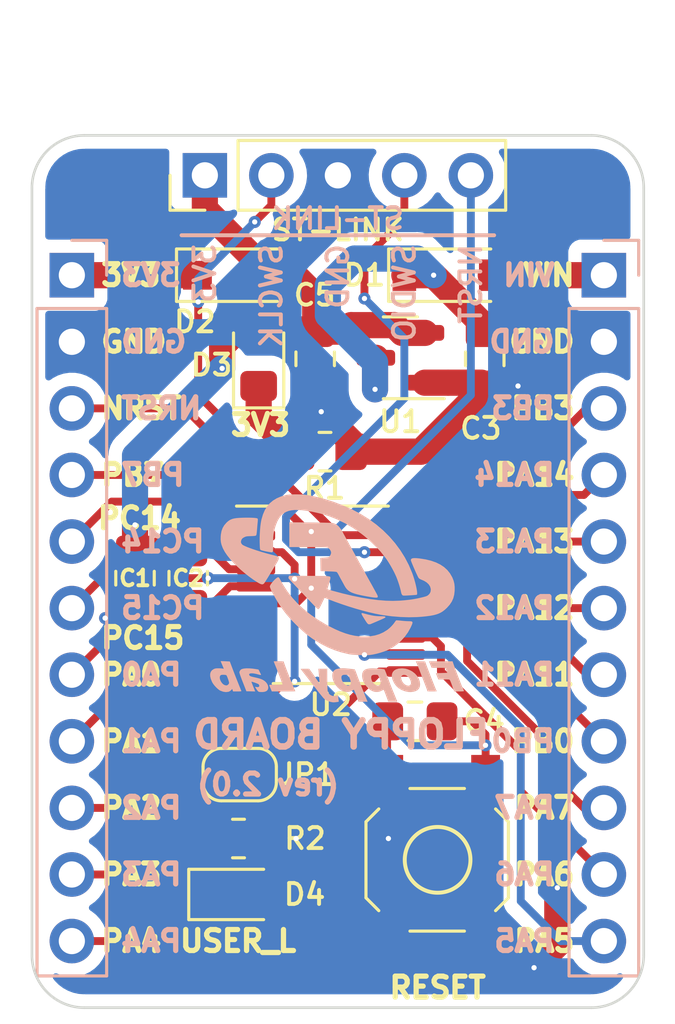
<source format=kicad_pcb>
(kicad_pcb (version 20221018) (generator pcbnew)
  (title_block (title "FLOPPY BOARD v2.x") (date "2022-10-28") (rev "2.0") (company "Floppy Lab"))
  (layers (0 "F.Cu" signal) (31 "B.Cu" signal) (34 "B.Paste" user) (35 "F.Paste" user) (36 "B.SilkS" user "B.Silkscreen") (37 "F.SilkS" user "F.Silkscreen") (38 "B.Mask" user) (39 "F.Mask" user) (44 "Edge.Cuts" user))
  (net 0 "")
  (net 1 "+3V3")
  (net 2 "GND")
  (net 3 "Net-(C3-Pad1)")
  (net 4 "NRST")
  (net 5 "VIN")
  (net 6 "VDD")
  (net 7 "Net-(D3-Pad1)")
  (net 8 "Net-(D4-Pad1)")
  (net 9 "Net-(D4-Pad2)")
  (net 10 "PB7")
  (net 11 "PC14")
  (net 12 "PC15")
  (net 13 "PA0")
  (net 14 "PA1")
  (net 15 "PA2")
  (net 16 "PA3")
  (net 17 "PA4")
  (net 18 "PA14{slash}SWCLK")
  (net 19 "PA13{slash}SWDIO")
  (net 20 "PB3")
  (net 21 "PA12")
  (net 22 "PA11")
  (net 23 "PB0")
  (net 24 "PA7")
  (net 25 "PA6")
  (net 26 "PA5")
  (footprint "Capacitor_SMD:C_0805_2012Metric_Pad1.18x1.45mm_HandSolder" (layer "F.Cu") (at 144.145 105.537 -90)
    (fp_text reference "C2" (at 0 0) (layer "F.SilkS") (effects (font (size 0.6 0.6))))
    (fp_text value "100nF")
    (pad "1" smd roundrect (at -1.0375 0 270) (size 1.175 1.45) (layers "F.Cu" "F.Paste" "F.Mask") (roundrect_rratio 0.212766) (net 1 "+3V3"))
    (pad "2" smd roundrect (at 1.0375 0 270) (size 1.175 1.45) (layers "F.Cu" "F.Paste" "F.Mask") (roundrect_rratio 0.212766) (net 2 "GND"))
  )
  (footprint "Resistor_SMD:R_0805_2012Metric_Pad1.20x1.40mm_HandSolder" (layer "F.Cu") (at 149.368 100.711 180)
    (fp_text reference "R1" (at 0.016 -1.397 180) (layer "F.SilkS") (effects (font (size 0.8 0.8))))
    (fp_text value "1k")
    (pad "1" smd roundrect (at -1 0 180) (size 1.2 1.4) (layers "F.Cu" "F.Paste" "F.Mask") (roundrect_rratio 0.208333) (net 2 "GND"))
    (pad "2" smd roundrect (at 1 0 180) (size 1.2 1.4) (layers "F.Cu" "F.Paste" "F.Mask") (roundrect_rratio 0.208333) (net 7 "Net-(D3-Pad1)"))
  )
  (footprint "Resistor_SMD:R_0805_2012Metric_Pad1.20x1.40mm_HandSolder" (layer "F.Cu") (at 146.066 115.4684)
    (fp_text reference "R2" (at 2.54 0) (layer "F.SilkS") (effects (font (size 0.8 0.8))))
    (fp_text value "1K")
    (pad "1" smd roundrect (at -1 0) (size 1.2 1.4) (layers "F.Cu" "F.Paste" "F.Mask") (roundrect_rratio 0.208333) (net 8 "Net-(D4-Pad1)"))
    (pad "2" smd roundrect (at 1 0) (size 1.2 1.4) (layers "F.Cu" "F.Paste" "F.Mask") (roundrect_rratio 0.208333) (net 2 "GND"))
  )
  (footprint "_MIA footprint:SMD BUTTON 5.1x5.1" (layer "F.Cu") (at 153.654 116.28 90)
    (fp_text reference "SW1" hide)
    (fp_text value "RESET_B")
    (pad "1" smd rect (at -3.1 -1.85 90) (size 1.8 1.1) (layers "F.Cu" "F.Paste" "F.Mask") (net 2 "GND"))
    (pad "1" smd rect (at 3.1 -1.85 90) (size 1.8 1.1) (layers "F.Cu" "F.Paste" "F.Mask") (net 2 "GND"))
    (pad "2" smd rect (at -3.1 1.85 90) (size 1.8 1.1) (layers "F.Cu" "F.Paste" "F.Mask") (net 4 "NRST"))
    (pad "2" smd rect (at 3.1 1.85 90) (size 1.8 1.1) (layers "F.Cu" "F.Paste" "F.Mask") (net 4 "NRST"))
  )
  (footprint "Diode_SMD:D_SOD-123" (layer "F.Cu") (at 154.05 93.98)
    (fp_text reference "D1" (at -3.174 0) (layer "F.SilkS") (effects (font (size 0.8 0.8))))
    (fp_text value "SD103AW")
    (pad "1" smd rect (at -1.65 0) (size 0.9 1.2) (layers "F.Cu" "F.Paste" "F.Mask") (net 3 "Net-(C3-Pad1)"))
    (pad "2" smd rect (at 1.65 0) (size 0.9 1.2) (layers "F.Cu" "F.Paste" "F.Mask") (net 5 "VIN"))
  )
  (footprint "Diode_SMD:D_SOD-123F" (layer "F.Cu") (at 145.8976 93.98)
    (fp_text reference "D2" (at -1.4986 1.778) (layer "F.SilkS") (effects (font (size 0.8 0.8))))
    (fp_text value "SD103AW")
    (pad "1" smd rect (at -1.4 0) (size 1.1 1.1) (layers "F.Cu" "F.Paste" "F.Mask") (net 6 "VDD"))
    (pad "2" smd rect (at 1.4 0) (size 1.1 1.1) (layers "F.Cu" "F.Paste" "F.Mask") (net 1 "+3V3"))
  )
  (footprint "LED_SMD:LED_0805_2012Metric_Pad1.15x1.40mm_HandSolder" (layer "F.Cu") (at 146.025 117.602)
    (fp_text reference "D4" (at 2.565 0) (layer "F.SilkS") (effects (font (size 0.8 0.8))))
    (fp_text value "USER_LED")
    (pad "1" smd roundrect (at -1.025 0) (size 1.15 1.4) (layers "F.Cu" "F.Paste" "F.Mask") (roundrect_rratio 0.217391) (net 8 "Net-(D4-Pad1)"))
    (pad "2" smd roundrect (at 1.025 0) (size 1.15 1.4) (layers "F.Cu" "F.Paste" "F.Mask") (roundrect_rratio 0.217391) (net 9 "Net-(D4-Pad2)"))
  )
  (footprint "Package_SO:TSSOP-20_4.4x6.5mm_P0.65mm" (layer "F.Cu") (at 149.59 106.172)
    (fp_text reference "U2" (at 0 4.191) (layer "F.SilkS") (effects (font (size 0.8 0.8))))
    (fp_text value "STM32G030F6P6")
    (pad "1" smd roundrect (at -2.8625 -2.925) (size 1.475 0.4) (layers "F.Cu" "F.Paste" "F.Mask") (net 10 "PB7"))
    (pad "2" smd roundrect (at -2.8625 -2.275) (size 1.475 0.4) (layers "F.Cu" "F.Paste" "F.Mask") (net 11 "PC14"))
    (pad "3" smd roundrect (at -2.8625 -1.625) (size 1.475 0.4) (layers "F.Cu" "F.Paste" "F.Mask") (net 12 "PC15"))
    (pad "4" smd roundrect (at -2.8625 -0.975) (size 1.475 0.4) (layers "F.Cu" "F.Paste" "F.Mask") (net 1 "+3V3"))
    (pad "5" smd roundrect (at -2.8625 -0.325) (size 1.475 0.4) (layers "F.Cu" "F.Paste" "F.Mask") (net 2 "GND"))
    (pad "6" smd roundrect (at -2.8625 0.325) (size 1.475 0.4) (layers "F.Cu" "F.Paste" "F.Mask") (net 4 "NRST"))
    (pad "7" smd roundrect (at -2.8625 0.975) (size 1.475 0.4) (layers "F.Cu" "F.Paste" "F.Mask") (net 13 "PA0"))
    (pad "8" smd roundrect (at -2.8625 1.625) (size 1.475 0.4) (layers "F.Cu" "F.Paste" "F.Mask") (net 14 "PA1"))
    (pad "9" smd roundrect (at -2.8625 2.275) (size 1.475 0.4) (layers "F.Cu" "F.Paste" "F.Mask") (net 15 "PA2"))
    (pad "10" smd roundrect (at -2.8625 2.925) (size 1.475 0.4) (layers "F.Cu" "F.Paste" "F.Mask") (net 16 "PA3"))
    (pad "11" smd roundrect (at 2.8625 2.925) (size 1.475 0.4) (layers "F.Cu" "F.Paste" "F.Mask") (net 17 "PA4"))
    (pad "12" smd roundrect (at 2.8625 2.275) (size 1.475 0.4) (layers "F.Cu" "F.Paste" "F.Mask") (net 26 "PA5"))
    (pad "13" smd roundrect (at 2.8625 1.625) (size 1.475 0.4) (layers "F.Cu" "F.Paste" "F.Mask") (net 25 "PA6"))
    (pad "14" smd roundrect (at 2.8625 0.975) (size 1.475 0.4) (layers "F.Cu" "F.Paste" "F.Mask") (net 24 "PA7"))
    (pad "15" smd roundrect (at 2.8625 0.325) (size 1.475 0.4) (layers "F.Cu" "F.Paste" "F.Mask") (net 23 "PB0"))
    (pad "16" smd roundrect (at 2.8625 -0.325) (size 1.475 0.4) (layers "F.Cu" "F.Paste" "F.Mask") (net 22 "PA11"))
    (pad "17" smd roundrect (at 2.8625 -0.975) (size 1.475 0.4) (layers "F.Cu" "F.Paste" "F.Mask") (net 21 "PA12"))
    (pad "18" smd roundrect (at 2.8625 -1.625) (size 1.475 0.4) (layers "F.Cu" "F.Paste" "F.Mask") (net 19 "PA13{slash}SWDIO"))
    (pad "19" smd roundrect (at 2.8625 -2.275) (size 1.475 0.4) (layers "F.Cu" "F.Paste" "F.Mask") (net 18 "PA14{slash}SWCLK"))
    (pad "20" smd roundrect (at 2.8625 -2.925) (size 1.475 0.4) (layers "F.Cu" "F.Paste" "F.Mask") (net 20 "PB3"))
  )
  (footprint "Capacitor_SMD:C_0805_2012Metric_Pad1.18x1.45mm_HandSolder" (layer "F.Cu") (at 152.8025 110.998 180)
    (fp_text reference "C4" (at -2.6455 0) (layer "F.SilkS") (effects (font (size 0.8 0.8))))
    (fp_text value "100nF")
    (pad "1" smd roundrect (at -1.0375 0 180) (size 1.175 1.45) (layers "F.Cu" "F.Paste" "F.Mask") (roundrect_rratio 0.212766) (net 4 "NRST"))
    (pad "2" smd roundrect (at 1.0375 0 180) (size 1.175 1.45) (layers "F.Cu" "F.Paste" "F.Mask") (roundrect_rratio 0.212766) (net 2 "GND"))
  )
  (footprint "Jumper:SolderJumper-2_P1.3mm_Open_RoundedPad1.0x1.5mm" (layer "F.Cu") (at 146.1112 113.03)
    (fp_text reference "JP1" (at 2.556 0) (layer "F.SilkS") (effects (font (size 0.8 0.8))))
    (fp_text value "UL JUMP.")
    (pad "1" smd custom (at -0.65 0) (size 1 0.5) (layers "F.Cu" "F.Mask") (net 12 "PC15") (options (clearance outline) (anchor rect)) (primitives (gr_circle (center 0 0.25) (end 0.5 0.25) (width 0) (fill yes)) (gr_circle (center 0 -0.25) (end 0.5 -0.25) (width 0) (fill yes)) (gr_poly (pts (xy 0.5 0.75) (xy 0 0.75) (xy 0 -0.75) (xy 0.5 -0.75)) (width 0) (fill yes))))
    (pad "2" smd custom (at 0.65 0) (size 1 0.5) (layers "F.Cu" "F.Mask") (net 9 "Net-(D4-Pad2)") (options (clearance outline) (anchor rect)) (primitives (gr_circle (center 0 0.25) (end 0.5 0.25) (width 0) (fill yes)) (gr_circle (center 0 -0.25) (end 0.5 -0.25) (width 0) (fill yes)) (gr_poly (pts (xy 0 0.75) (xy -0.5 0.75) (xy -0.5 -0.75) (xy 0 -0.75)) (width 0) (fill yes))))
  )
  (footprint "Capacitor_SMD:C_0805_2012Metric_Pad1.18x1.45mm_HandSolder" (layer "F.Cu") (at 148.9941 97.1691 -90)
    (fp_text reference "C5" (at -2.4271 0.0231 180) (layer "F.SilkS") (effects (font (size 0.8 0.8))))
    (fp_text value "1uF")
    (pad "1" smd roundrect (at -1.0375 0 270) (size 1.175 1.45) (layers "F.Cu" "F.Paste" "F.Mask") (roundrect_rratio 0.212766) (net 1 "+3V3"))
    (pad "2" smd roundrect (at 1.0375 0 270) (size 1.175 1.45) (layers "F.Cu" "F.Paste" "F.Mask") (roundrect_rratio 0.212766) (net 2 "GND"))
  )
  (footprint "Connector_PinHeader_2.54mm:PinHeader_1x05_P2.54mm_Vertical" (layer "F.Cu") (at 144.78 90.17 90)
    (fp_text reference "J2" hide)
    (fp_text value "stlink")
    (pad "1" thru_hole rect (at 0 0 90) (size 1.7 1.7) (drill 1) (layers "*.Cu" "*.Mask") (net 1 "+3V3"))
    (pad "2" thru_hole oval (at 0 2.54 90) (size 1.7 1.7) (drill 1) (layers "*.Cu" "*.Mask") (net 18 "PA14{slash}SWCLK"))
    (pad "3" thru_hole oval (at 0 5.08 90) (size 1.7 1.7) (drill 1) (layers "*.Cu" "*.Mask") (net 2 "GND"))
    (pad "4" thru_hole oval (at 0 7.62 90) (size 1.7 1.7) (drill 1) (layers "*.Cu" "*.Mask") (net 19 "PA13{slash}SWDIO"))
    (pad "5" thru_hole oval (at 0 10.16 90) (size 1.7 1.7) (drill 1) (layers "*.Cu" "*.Mask") (net 4 "NRST"))
  )
  (footprint "Capacitor_SMD:C_0805_2012Metric_Pad1.18x1.45mm_HandSolder" (layer "F.Cu") (at 155.4711 97.1691 -90)
    (fp_text reference "C3" (at 2.6529 0.1501 180) (layer "F.SilkS") (effects (font (size 0.8 0.8))))
    (fp_text value "1uF")
    (pad "1" smd roundrect (at -1.0375 0 270) (size 1.175 1.45) (layers "F.Cu" "F.Paste" "F.Mask") (roundrect_rratio 0.212766) (net 3 "Net-(C3-Pad1)"))
    (pad "2" smd roundrect (at 1.0375 0 270) (size 1.175 1.45) (layers "F.Cu" "F.Paste" "F.Mask") (roundrect_rratio 0.212766) (net 2 "GND"))
  )
  (footprint "LED_SMD:LED_0805_2012Metric_Pad1.15x1.40mm_HandSolder" (layer "F.Cu") (at 146.8351 97.1816 90)
    (fp_text reference "D3" (at -0.2274 -1.8011 180) (layer "F.SilkS") (effects (font (size 0.8 0.8))))
    (fp_text value "3V3_POWER_LED")
    (pad "1" smd roundrect (at -1.025 0 90) (size 1.15 1.4) (layers "F.Cu" "F.Paste" "F.Mask") (roundrect_rratio 0.217391) (net 7 "Net-(D3-Pad1)"))
    (pad "2" smd roundrect (at 1.025 0 90) (size 1.15 1.4) (layers "F.Cu" "F.Paste" "F.Mask") (roundrect_rratio 0.217391) (net 1 "+3V3"))
  )
  (footprint "Capacitor_SMD:C_0805_2012Metric_Pad1.18x1.45mm_HandSolder" (layer "F.Cu") (at 142.113 105.537 -90)
    (fp_text reference "C1" (at 0 0) (layer "F.SilkS") (effects (font (size 0.6 0.6))))
    (fp_text value "4.7uF")
    (pad "1" smd roundrect (at -1.0375 0 270) (size 1.175 1.45) (layers "F.Cu" "F.Paste" "F.Mask") (roundrect_rratio 0.212766) (net 1 "+3V3"))
    (pad "2" smd roundrect (at 1.0375 0 270) (size 1.175 1.45) (layers "F.Cu" "F.Paste" "F.Mask") (roundrect_rratio 0.212766) (net 2 "GND"))
  )
  (footprint "Package_TO_SOT_SMD:SOT-23" (layer "F.Cu") (at 152.2476 97.1296 180)
    (fp_text reference "U1" (at 0.0023 -2.4384) (layer "F.SilkS") (effects (font (size 0.8 0.8))))
    (fp_text value "H7233-1")
    (pad "1" smd roundrect (at -0.9375 -0.95 180) (size 1.475 0.6) (layers "F.Cu" "F.Paste" "F.Mask") (net 2 "GND"))
    (pad "2" smd roundrect (at -0.9375 0.95 180) (size 1.475 0.6) (layers "F.Cu" "F.Paste" "F.Mask") (net 1 "+3V3"))
    (pad "3" smd roundrect (at 0.9375 0 180) (size 1.475 0.6) (layers "F.Cu" "F.Paste" "F.Mask") (net 3 "Net-(C3-Pad1)"))
  )
  (footprint "Connector_PinHeader_2.54mm:PinHeader_1x11_P2.54mm_Vertical" (layer "B.Cu") (at 139.7 93.98 180)
    (fp_text reference "J1" hide)
    (fp_text value "I/O SX")
    (pad "1" thru_hole rect (at 0 0 180) (size 1.7 1.7) (drill 1) (layers "*.Cu" "*.Mask") (net 6 "VDD"))
    (pad "2" thru_hole oval (at 0 -2.54 180) (size 1.7 1.7) (drill 1) (layers "*.Cu" "*.Mask") (net 2 "GND"))
    (pad "3" thru_hole oval (at 0 -5.08 180) (size 1.7 1.7) (drill 1) (layers "*.Cu" "*.Mask") (net 4 "NRST"))
    (pad "4" thru_hole oval (at 0 -7.62 180) (size 1.7 1.7) (drill 1) (layers "*.Cu" "*.Mask") (net 10 "PB7"))
    (pad "5" thru_hole oval (at 0 -10.16 180) (size 1.7 1.7) (drill 1) (layers "*.Cu" "*.Mask") (net 11 "PC14"))
    (pad "6" thru_hole oval (at 0 -12.7 180) (size 1.7 1.7) (drill 1) (layers "*.Cu" "*.Mask") (net 12 "PC15"))
    (pad "7" thru_hole oval (at 0 -15.24 180) (size 1.7 1.7) (drill 1) (layers "*.Cu" "*.Mask") (net 13 "PA0"))
    (pad "8" thru_hole oval (at 0 -17.78 180) (size 1.7 1.7) (drill 1) (layers "*.Cu" "*.Mask") (net 14 "PA1"))
    (pad "9" thru_hole oval (at 0 -20.32 180) (size 1.7 1.7) (drill 1) (layers "*.Cu" "*.Mask") (net 15 "PA2"))
    (pad "10" thru_hole oval (at 0 -22.86 180) (size 1.7 1.7) (drill 1) (layers "*.Cu" "*.Mask") (net 16 "PA3"))
    (pad "11" thru_hole oval (at 0 -25.4 180) (size 1.7 1.7) (drill 1) (layers "*.Cu" "*.Mask") (net 17 "PA4"))
  )
  (footprint "LOGO" (layer "B.Cu") (at 149.86 106.299 180)
    (fp_text reference "G***" hide)
    (fp_text value "LOGO" hide)
  )
  (footprint "Connector_PinHeader_2.54mm:PinHeader_1x11_P2.54mm_Vertical" (layer "B.Cu") (at 160.02 93.98 180)
    (fp_text reference "J3" hide)
    (fp_text value "I/0 DX")
    (pad "1" thru_hole rect (at 0 0 180) (size 1.7 1.7) (drill 1) (layers "*.Cu" "*.Mask") (net 5 "VIN"))
    (pad "2" thru_hole oval (at 0 -2.54 180) (size 1.7 1.7) (drill 1) (layers "*.Cu" "*.Mask") (net 2 "GND"))
    (pad "3" thru_hole oval (at 0 -5.08 180) (size 1.7 1.7) (drill 1) (layers "*.Cu" "*.Mask") (net 20 "PB3"))
    (pad "4" thru_hole oval (at 0 -7.62 180) (size 1.7 1.7) (drill 1) (layers "*.Cu" "*.Mask") (net 18 "PA14{slash}SWCLK"))
    (pad "5" thru_hole oval (at 0 -10.16 180) (size 1.7 1.7) (drill 1) (layers "*.Cu" "*.Mask") (net 19 "PA13{slash}SWDIO"))
    (pad "6" thru_hole oval (at 0 -12.7 180) (size 1.7 1.7) (drill 1) (layers "*.Cu" "*.Mask") (net 21 "PA12"))
    (pad "7" thru_hole oval (at 0 -15.24 180) (size 1.7 1.7) (drill 1) (layers "*.Cu" "*.Mask") (net 22 "PA11"))
    (pad "8" thru_hole oval (at 0 -17.78 180) (size 1.7 1.7) (drill 1) (layers "*.Cu" "*.Mask") (net 23 "PB0"))
    (pad "9" thru_hole oval (at 0 -20.32 180) (size 1.7 1.7) (drill 1) (layers "*.Cu" "*.Mask") (net 24 "PA7"))
    (pad "10" thru_hole oval (at 0 -22.86 180) (size 1.7 1.7) (drill 1) (layers "*.Cu" "*.Mask") (net 25 "PA6"))
    (pad "11" thru_hole oval (at 0 -25.4 180) (size 1.7 1.7) (drill 1) (layers "*.Cu" "*.Mask") (net 26 "PA5"))
  )
  (gr_line (start 143.891 92.456) (end 155.829 92.456) (stroke (width 0.15)) (layer "B.SilkS"))
  (gr_circle (center 153.67 116.2812) (end 154.7368 115.6208) (stroke (width 0.15)) (fill none) (layer "F.SilkS"))
  (gr_line (start 161.544 119.92) (end 161.544 90.646) (stroke (width 0.1)) (layer "Edge.Cuts"))
  (gr_line (start 138.176 90.646) (end 138.176 119.92) (stroke (width 0.1)) (layer "Edge.Cuts"))
  (gr_arc (start 159.544 88.646) (mid 160.958214 89.231786) (end 161.544 90.646) (stroke (width 0.1)) (layer "Edge.Cuts"))
  (gr_arc (start 161.544 119.92) (mid 160.958214 121.334214) (end 159.544 121.92) (stroke (width 0.1)) (layer "Edge.Cuts"))
  (gr_arc (start 140.176 121.92) (mid 138.761786 121.334214) (end 138.176 119.92) (stroke (width 0.1)) (layer "Edge.Cuts"))
  (gr_line (start 159.544 88.646) (end 140.176 88.646) (stroke (width 0.1)) (layer "Edge.Cuts"))
  (gr_arc (start 138.176 90.646) (mid 138.761786 89.231786) (end 140.176 88.646) (stroke (width 0.1)) (layer "Edge.Cuts"))
  (gr_line (start 140.176 121.92) (end 159.544 121.92) (stroke (width 0.1)) (layer "Edge.Cuts"))
  (gr_text "SWCLK" (at 147.32 92.71 90) (layer "B.SilkS") (effects (font (size 0.8 0.8)) (justify left mirror)))
  (gr_text "PB3" (at 158.242 99.06) (layer "B.SilkS") (effects (font (size 0.8 0.8) (thickness 0.2)) (justify left mirror)))
  (gr_text "PA4" (at 141.478 119.38) (layer "B.SilkS") (effects (font (size 0.8 0.8) (thickness 0.2)) (justify right mirror)))
  (gr_text "PA12" (at 158.242 106.68) (layer "B.SilkS") (effects (font (size 0.8 0.8) (thickness 0.2)) (justify left mirror)))
  (gr_text "VIN" (at 158.242 93.98) (layer "B.SilkS") (effects (font (size 0.8 0.8) (thickness 0.2)) (justify left mirror)))
  (gr_text "PA6" (at 158.242 116.84) (layer "B.SilkS") (effects (font (size 0.8 0.8) (thickness 0.2)) (justify left mirror)))
  (gr_text "GND" (at 158.242 96.52) (layer "B.SilkS") (effects (font (size 0.8 0.8) (thickness 0.2)) (justify left mirror)))
  (gr_text "(rev 2.0)" (at 147.193 113.411) (layer "B.SilkS") (effects (font (size 0.8 0.8) (thickness 0.2)) (justify mirror)))
  (gr_text "NRST" (at 154.94 92.71 90) (layer "B.SilkS") (effects (font (size 0.8 0.8)) (justify left mirror)))
  (gr_text "GND" (at 141.478 96.52) (layer "B.SilkS") (effects (font (size 0.8 0.8) (thickness 0.2)) (justify right mirror)))
  (gr_text "PA14" (at 158.242 101.6) (layer "B.SilkS") (effects (font (size 0.8 0.8) (thickness 0.2)) (justify left mirror)))
  (gr_text "PC14" (at 141.478 104.14) (layer "B.SilkS") (effects (font (size 0.8 0.8) (thickness 0.2)) (justify right mirror)))
  (gr_text "PA5" (at 158.242 119.38) (layer "B.SilkS") (effects (font (size 0.8 0.8) (thickness 0.2)) (justify left mirror)))
  (gr_text "GND" (at 149.86 92.71 90) (layer "B.SilkS") (effects (font (size 0.8 0.8)) (justify left mirror)))
  (gr_text "PA13" (at 158.242 104.14) (layer "B.SilkS") (effects (font (size 0.8 0.8) (thickness 0.2)) (justify left mirror)))
  (gr_text "PB7" (at 141.478 101.6) (layer "B.SilkS") (effects (font (size 0.8 0.8) (thickness 0.2)) (justify right mirror)))
  (gr_text "3V3" (at 141.478 93.98) (layer "B.SilkS") (effects (font (size 0.8 0.8) (thickness 0.2)) (justify right mirror)))
  (gr_text "FLOPPY BOARD" (at 149.987 111.506) (layer "B.SilkS") (effects (font (size 1 1) (thickness 0.25)) (justify mirror)))
  (gr_text "PA7" (at 158.242 114.3) (layer "B.SilkS") (effects (font (size 0.8 0.8) (thickness 0.2)) (justify left mirror)))
  (gr_text "PA1" (at 141.478 111.76) (layer "B.SilkS") (effects (font (size 0.8 0.8) (thickness 0.2)) (justify right mirror)))
  (gr_text "PA0" (at 141.478 109.22) (layer "B.SilkS") (effects (font (size 0.8 0.8) (thickness 0.2)) (justify right mirror)))
  (gr_text "PA3" (at 141.478 116.84) (layer "B.SilkS") (effects (font (size 0.8 0.8) (thickness 0.2)) (justify right mirror)))
  (gr_text "3V3" (at 144.78 92.71 90) (layer "B.SilkS") (effects (font (size 0.8 0.8)) (justify left mirror)))
  (gr_text "ST-LINK" (at 149.86 91.821) (layer "B.SilkS") (effects (font (size 0.8 0.8)) (justify mirror)))
  (gr_text "SWDIO" (at 152.4 92.71 90) (layer "B.SilkS") (effects (font (size 0.8 0.8)) (justify left mirror)))
  (gr_text "PA11" (at 158.242 109.22) (layer "B.SilkS") (effects (font (size 0.8 0.8) (thickness 0.2)) (justify left mirror)))
  (gr_text "PA2" (at 141.478 114.3) (layer "B.SilkS") (effects (font (size 0.8 0.8) (thickness 0.2)) (justify right mirror)))
  (gr_text "PB0" (at 158.242 111.76) (layer "B.SilkS") (effects (font (size 0.8 0.8) (thickness 0.2)) (justify left mirror)))
  (gr_text "PC15" (at 141.478 106.68) (layer "B.SilkS") (effects (font (size 0.8 0.8) (thickness 0.2)) (justify right mirror)))
  (gr_text "NRST" (at 141.478 99.06) (layer "B.SilkS") (effects (font (size 0.8 0.8) (thickness 0.2)) (justify right mirror)))
  (gr_text "PC14" (at 140.589 103.251) (layer "F.SilkS") (effects (font (size 0.8 0.8) (thickness 0.2)) (justify left)))
  (gr_text "ST-LINK" (at 149.86 92.2528) (layer "F.SilkS") (effects (font (size 0.8 0.8))))
  (gr_text "PA14" (at 159.004 101.6) (layer "F.SilkS") (effects (font (size 0.8 0.8) (thickness 0.2)) (justify right)))
  (gr_text "GND" (at 159.004 96.52) (layer "F.SilkS") (effects (font (size 0.8 0.8) (thickness 0.2)) (justify right)))
  (gr_text "3V3" (at 140.716 93.98) (layer "F.SilkS") (effects (font (size 0.8 0.8) (thickness 0.2)) (justify left)))
  (gr_text "PA5" (at 159.004 119.38) (layer "F.SilkS") (effects (font (size 0.8 0.8) (thickness 0.2)) (justify right)))
  (gr_text "USER_L" (at 146.05 119.38) (layer "F.SilkS") (effects (font (size 0.8 0.8) (thickness 0.2))))
  (gr_text "PB3" (at 159.004 99.06) (layer "F.SilkS") (effects (font (size 0.8 0.8) (thickness 0.2)) (justify right)))
  (gr_text "PA13" (at 159.004 104.14) (layer "F.SilkS") (effects (font (size 0.8 0.8) (thickness 0.2)) (justify right)))
  (gr_text "PA3" (at 140.716 116.84) (layer "F.SilkS") (effects (font (size 0.8 0.8) (thickness 0.2)) (justify left)))
  (gr_text "PA4" (at 140.716 119.38) (layer "F.SilkS") (effects (font (size 0.8 0.8) (thickness 0.2)) (justify left)))
  (gr_text "PA0" (at 140.716 109.22) (layer "F.SilkS") (effects (font (size 0.8 0.8) (thickness 0.2)) (justify left)))
  (gr_text "RESET" (at 153.67 121.158) (layer "F.SilkS") (effects (font (size 0.8 0.8) (thickness 0.2))))
  (gr_text "PA1" (at 140.716 111.76) (layer "F.SilkS") (effects (font (size 0.8 0.8) (thickness 0.2)) (justify left)))
  (gr_text "PB0" (at 159.004 111.76) (layer "F.SilkS") (effects (font (size 0.8 0.8) (thickness 0.2)) (justify right)))
  (gr_text "GND" (at 140.716 96.52) (layer "F.SilkS") (effects (font (size 0.8 0.8) (thickness 0.2)) (justify left)))
  (gr_text "PC15" (at 140.716 107.823) (layer "F.SilkS") (effects (font (size 0.8 0.8) (thickness 0.2)) (justify left)))
  (gr_text "NRST" (at 140.716 99.06) (layer "F.SilkS") (effects (font (size 0.8 0.8) (thickness 0.2)) (justify left)))
  (gr_text "PA7" (at 159.004 114.3) (layer "F.SilkS") (effects (font (size 0.8 0.8) (thickness 0.2)) (justify right)))
  (gr_text "VIN" (at 159.004 93.98) (layer "F.SilkS") (effects (font (size 0.8 0.8) (thickness 0.2)) (justify right)))
  (gr_text "PA2" (at 140.716 114.3) (layer "F.SilkS") (effects (font (size 0.8 0.8) (thickness 0.2)) (justify left)))
  (gr_text "PB7" (at 140.716 101.6) (layer "F.SilkS") (effects (font (size 0.8 0.8) (thickness 0.2)) (justify left)))
  (gr_text "PA11" (at 159.004 109.22) (layer "F.SilkS") (effects (font (size 0.8 0.8) (thickness 0.2)) (justify right)))
  (gr_text "3V3" (at 145.669 99.695) (layer "F.SilkS") (effects (font (size 0.8 0.8) (thickness 0.2)) (justify left)))
  (gr_text "PA6" (at 159.004 116.84) (layer "F.SilkS") (effects (font (size 0.8 0.8) (thickness 0.2)) (justify right)))
  (gr_text "PA12" (at 159.004 106.68) (layer "F.SilkS") (effects (font (size 0.8 0.8) (thickness 0.2)) (justify right)))
  (segment (start 145.4404 96.6724) (end 145.4404 97.536) (width 1) (layer "F.Cu") (net 1))
  (segment (start 146.5468 93.2292) (end 146.8351 93.5175) (width 1) (layer "F.Cu") (net 1))
  (segment (start 145.0125 104.4995) (end 144.145 104.4995) (width 0.3) (layer "F.Cu") (net 1))
  (segment (start 148.9941 96.1316) (end 146.8601 96.1316) (width 1) (layer "F.Cu") (net 1))
  (segment (start 146.8601 96.1316) (end 146.8351 96.1566) (width 1) (layer "F.Cu") (net 1))
  (segment (start 146.7275 105.197) (end 145.71 105.197) (width 0.3) (layer "F.Cu") (net 1))
  (segment (start 145.9562 96.1566) (end 145.4404 96.6724) (width 1) (layer "F.Cu") (net 1))
  (segment (start 153.1851 96.1796) (end 152.3136 96.1796) (width 1) (layer "F.Cu") (net 1))
  (segment (start 144.145 104.4995) (end 142.113 104.4995) (width 1) (layer "F.Cu") (net 1))
  (segment (start 146.5468 93.2292) (end 147.2976 93.98) (width 1) (layer "F.Cu") (net 1))
  (segment (start 148.209 93.98) (end 148.9941 94.7651) (width 1) (layer "F.Cu") (net 1))
  (segment (start 146.8351 96.1566) (end 145.9562 96.1566) (width 1) (layer "F.Cu") (net 1))
  (segment (start 148.9941 94.7651) (end 148.9941 96.1316) (width 1) (layer "F.Cu") (net 1))
  (segment (start 145.71 105.197) (end 145.0125 104.4995) (width 0.3) (layer "F.Cu") (net 1))
  (segment (start 152.019 95.885) (end 150.368 95.885) (width 1) (layer "F.Cu") (net 1))
  (segment (start 150.368 95.885) (end 150.1214 96.1316) (width 1) (layer "F.Cu") (net 1))
  (segment (start 147.2976 93.98) (end 148.209 93.98) (width 1) (layer "F.Cu") (net 1))
  (segment (start 150.1214 96.1316) (end 148.9941 96.1316) (width 1) (layer "F.Cu") (net 1))
  (segment (start 144.78 91.4624) (end 146.5468 93.2292) (width 1) (layer "F.Cu") (net 1))
  (segment (start 152.3136 96.1796) (end 152.019 95.885) (width 1) (layer "F.Cu") (net 1))
  (segment (start 144.78 90.17) (end 144.78 91.4624) (width 1) (layer "F.Cu") (net 1))
  (segment (start 142.113 104.4995) (end 142.113 103.505) (width 1) (layer "F.Cu") (net 1))
  (via (at 142.113 103.505) (size 0.46) (drill 0.2) (layers "F.Cu" "B.Cu") (net 1))
  (via (at 145.4404 97.536) (size 0.46) (drill 0.2) (layers "F.Cu" "B.Cu") (net 1))
  (segment (start 145.4404 97.536) (end 142.113 100.8634) (width 1) (layer "B.Cu") (net 1))
  (segment (start 142.113 100.8634) (end 142.113 103.505) (width 1) (layer "B.Cu") (net 1))
  (segment (start 149.225 99.187) (end 150.368 100.33) (width 1) (layer "F.Cu") (net 2))
  (segment (start 150.368 100.33) (end 150.368 100.711) (width 1) (layer "F.Cu") (net 2))
  (segment (start 151.7904 115.4684) (end 151.7904 119.3664) (width 0.3) (layer "F.Cu") (net 2))
  (segment (start 141.4565 106.5745) (end 140.97 107.061) (width 0.3) (layer "F.Cu") (net 2))
  (segment (start 145.74 105.847) (end 145.0125 106.5745) (width 0.3) (layer "F.Cu") (net 2))
  (segment (start 145.0125 106.5745) (end 144.145 106.5745) (width 0.3) (layer "F.Cu") (net 2))
  (segment (start 151.804 115.4548) (end 151.804 113.486) (width 0.3) (layer "F.Cu") (net 2))
  (segment (start 148.9941 98.9561) (end 149.225 99.187) (width 1) (layer "F.Cu") (net 2))
  (segment (start 153.1851 98.0796) (end 154.0741 98.0796) (width 1) (layer "F.Cu") (net 2))
  (segment (start 153.035 100.711) (end 155.4711 98.2749) (width 1) (layer "F.Cu") (net 2))
  (segment (start 156.7411 98.2066) (end 155.4711 98.2066) (width 1) (layer "F.Cu") (net 2))
  (segment (start 160.02 96.52) (end 158.4277 96.52) (width 1) (layer "F.Cu") (net 2))
  (segment (start 157.353 120.396) (end 158.242 119.507) (width 1) (layer "F.Cu") (net 2))
  (segment (start 146.7275 105.847) (end 145.74 105.847) (width 0.3) (layer "F.Cu") (net 2))
  (segment (start 150.368 100.711) (end 153.035 100.711) (width 1) (layer "F.Cu") (net 2))
  (segment (start 148.9941 98.2066) (end 148.9941 98.9561) (width 1) (layer "F.Cu") (net 2))
  (segment (start 148.2645 115.4684) (end 147.066 115.4684) (width 0.25) (layer "F.Cu") (net 2))
  (segment (start 151.7904 115.4684) (end 151.804 115.4548) (width 0.3) (layer "F.Cu") (net 2))
  (segment (start 142.113 106.5745) (end 141.4565 106.5745) (width 0.3) (layer "F.Cu") (net 2))
  (segment (start 144.145 106.5745) (end 142.113 106.5745) (width 1) (layer "F.Cu") (net 2))
  (segment (start 154.0741 98.0796) (end 155.3441 98.0796) (width 1) (layer "F.Cu") (net 2))
  (segment (start 158.242 119.507) (end 158.242 117.348) (width 1) (layer "F.Cu") (net 2))
  (segment (start 158.4277 96.52) (end 156.7411 98.2066) (width 1) (layer "F.Cu") (net 2))
  (segment (start 151.765 113.141) (end 151.804 113.18) (width 0.25) (layer "F.Cu") (net 2))
  (segment (start 155.4711 98.2749) (end 155.4711 98.2066) (width 1) (layer "F.Cu") (net 2))
  (segment (start 151.765 110.998) (end 151.765 113.141) (width 0.25) (layer "F.Cu") (net 2))
  (segment (start 151.7904 119.3664) (end 151.804 119.38) (width 0.3) (layer "F.Cu") (net 2))
  (via (at 157.353 120.396) (size 0.46) (drill 0.2) (layers "F.Cu" "B.Cu") (net 2))
  (via (at 158.242 117.348) (size 0.46) (drill 0.2) (layers "F.Cu" "B.Cu") (net 2))
  (via (at 148.2645 115.4684) (size 0.46) (drill 0.2) (layers "F.Cu" "B.Cu") (net 2))
  (via (at 156.7411 98.2066) (size 0.46) (drill 0.2) (layers "F.Cu" "B.Cu") (net 2))
  (via (at 140.97 107.061) (size 0.46) (drill 0.2) (layers "F.Cu" "B.Cu") (net 2))
  (via (at 151.7904 115.4684) (size 0.46) (drill 0.2) (layers "F.Cu" "B.Cu") (net 2))
  (via (at 149.225 99.187) (size 0.48) (drill 0.2) (layers "F.Cu" "B.Cu") (net 2))
  (segment (start 141.3842 96.1566) (end 141.0208 96.52) (width 1) (layer "B.Cu") (net 2))
  (segment (start 147.6678 96.1566) (end 146.8351 96.1566) (width 1) (layer "B.Cu") (net 2))
  (segment (start 146.8351 96.1566) (end 141.3842 96.1566) (width 1) (layer "B.Cu") (net 2))
  (segment (start 148.2852 115.4684) (end 148.2645 115.4684) (width 0.25) (layer "B.Cu") (net 2))
  (segment (start 146.8351 93.9569) (end 149.86 90.932) (width 1) (layer "B.Cu") (net 2))
  (segment (start 149.86 90.932) (end 149.86 90.17) (width 1) (layer "B.Cu") (net 2))
  (segment (start 141.0208 96.52) (end 139.7 96.52) (width 1) (layer "B.Cu") (net 2))
  (segment (start 146.8351 96.1566) (end 146.8351 93.9569) (width 1) (layer "B.Cu") (net 2))
  (segment (start 149.225 99.187) (end 149.225 97.7138) (width 1) (layer "B.Cu") (net 2))
  (segment (start 149.225 97.7138) (end 147.6678 96.1566) (width 1) (layer "B.Cu") (net 2))
  (segment (start 151.7904 115.4684) (end 148.2852 115.4684) (width 0.3) (layer "B.Cu") (net 2))
  (segment (start 151.2801 98.3336) (end 151.2801 97.1596) (width 1) (layer "F.Cu") (net 3))
  (segment (start 152.4 93.98) (end 153.5176 93.98) (width 1) (layer "F.Cu") (net 3))
  (segment (start 153.5176 93.98) (end 155.4711 95.9335) (width 1) (layer "F.Cu") (net 3))
  (segment (start 155.4711 95.9335) (end 155.4711 96.1316) (width 1) (layer "F.Cu") (net 3))
  (segment (start 151.2801 97.1596) (end 151.3101 97.1296) (width 1) (layer "F.Cu") (net 3))
  (via (at 151.2801 98.3336) (size 0.48) (drill 0.2) (layers "F.Cu" "B.Cu") (net 3))
  (via (at 153.5176 93.98) (size 0.46) (drill 0.2) (layers "F.Cu" "B.Cu") (net 3))
  (segment (start 151.2801 97.3051) (end 149.479 95.504) (width 1) (layer "B.Cu") (net 3))
  (segment (start 152.8826 93.345) (end 153.5176 93.98) (width 1) (layer "B.Cu") (net 3))
  (segment (start 151.2801 98.3336) (end 151.2801 97.3051) (width 1) (layer "B.Cu") (net 3))
  (segment (start 150.495 93.345) (end 152.8826 93.345) (width 1) (layer "B.Cu") (net 3))
  (segment (start 149.479 94.361) (end 150.495 93.345) (width 1) (layer "B.Cu") (net 3))
  (segment (start 149.479 95.504) (end 149.479 94.361) (width 1) (layer "B.Cu") (net 3))
  (segment (start 148.844 103.759) (end 148.844 105.918) (width 0.3) (layer "F.Cu") (net 4))
  (segment (start 148.717 103.759) (end 144.018 99.06) (width 0.3) (layer "F.Cu") (net 4))
  (segment (start 155.504 111.9176) (end 155.504 117.8508) (width 0.3) (layer "F.Cu") (net 4))
  (segment (start 148.844 103.759) (end 148.717 103.759) (width 0.3) (layer "F.Cu") (net 4))
  (segment (start 154.994894 110.998) (end 153.84 110.998) (width 0.3) (layer "F.Cu") (net 4))
  (segment (start 155.4988 111.501906) (end 154.994894 110.998) (width 0.3) (layer "F.Cu") (net 4))
  (segment (start 148.265 106.497) (end 146.7275 106.497) (width 0.3) (layer "F.Cu") (net 4))
  (segment (start 155.4988 111.9124) (end 155.4988 111.501906) (width 0.3) (layer "F.Cu") (net 4))
  (segment (start 155.4988 117.856) (end 155.4988 119.3748) (width 0.3) (layer "F.Cu") (net 4))
  (segment (start 148.844 105.918) (end 148.265 106.497) (width 0.3) (layer "F.Cu") (net 4))
  (segment (start 144.018 99.06) (end 139.7 99.06) (width 0.3) (layer "F.Cu") (net 4))
  (segment (start 155.4988 111.9124) (end 155.504 111.9176) (width 0.3) (layer "F.Cu") (net 4))
  (segment (start 155.504 117.8508) (end 155.4988 117.856) (width 0.3) (layer "F.Cu") (net 4))
  (segment (start 155.4988 119.3748) (end 155.504 119.38) (width 0.3) (layer "F.Cu") (net 4))
  (via (at 148.844 103.759) (size 0.46) (drill 0.2) (layers "F.Cu" "B.Cu") (net 4))
  (via (at 155.4988 111.9124) (size 0.46) (drill 0.2) (layers "F.Cu" "B.Cu") (net 4))
  (via (at 148.844 105.918) (size 0.46) (drill 0.2) (layers "F.Cu" "B.Cu") (net 4))
  (segment (start 148.844 103.759) (end 149.733 103.759) (width 0.3) (layer "B.Cu") (net 4))
  (segment (start 154.94 98.552) (end 154.94 90.17) (width 0.3) (layer "B.Cu") (net 4))
  (segment (start 149.733 103.759) (end 154.94 98.552) (width 0.3) (layer "B.Cu") (net 4))
  (segment (start 155.4988 111.9124) (end 152.6794 111.9124) (width 0.3) (layer "B.Cu") (net 4))
  (segment (start 152.6794 111.9124) (end 148.844 108.077) (width 0.3) (layer "B.Cu") (net 4))
  (segment (start 148.844 108.077) (end 148.844 105.918) (width 0.3) (layer "B.Cu") (net 4))
  (segment (start 160.02 93.98) (end 155.7 93.98) (width 1) (layer "F.Cu") (net 5))
  (segment (start 144.4976 93.98) (end 139.7 93.98) (width 1) (layer "F.Cu") (net 6))
  (segment (start 146.8351 99.3371) (end 148.209 100.711) (width 1) (layer "F.Cu") (net 7))
  (segment (start 146.8351 98.2066) (end 146.8351 99.3371) (width 1) (layer "F.Cu") (net 7))
  (segment (start 148.209 100.711) (end 148.368 100.711) (width 1) (layer "F.Cu") (net 7))
  (segment (start 145.05 117.552) (end 145 117.602) (width 0.25) (layer "F.Cu") (net 8))
  (segment (start 145.05 115.697) (end 145.05 117.552) (width 0.25) (layer "F.Cu") (net 8))
  (segment (start 148.844 113.8428) (end 148.0312 113.03) (width 0.3) (layer "F.Cu") (net 9))
  (segment (start 147.9804 117.602) (end 148.844 116.7384) (width 0.3) (layer "F.Cu") (net 9))
  (segment (start 148.0312 113.03) (end 146.7612 113.03) (width 0.3) (layer "F.Cu") (net 9))
  (segment (start 148.844 116.7384) (end 148.844 113.8428) (width 0.3) (layer "F.Cu") (net 9))
  (segment (start 147.05 117.602) (end 147.9804 117.602) (width 0.3) (layer "F.Cu") (net 9))
  (segment (start 145.538 103.247) (end 143.891 101.6) (width 0.3) (layer "F.Cu") (net 10))
  (segment (start 146.7275 103.247) (end 145.538 103.247) (width 0.3) (layer "F.Cu") (net 10))
  (segment (start 143.891 101.6) (end 139.7 101.6) (width 0.3) (layer "F.Cu") (net 10))
  (segment (start 144.033764 102.616) (end 141.224 102.616) (width 0.3) (layer "F.Cu") (net 11))
  (segment (start 145.314764 103.897) (end 144.033764 102.616) (width 0.3) (layer "F.Cu") (net 11))
  (segment (start 141.224 102.616) (end 139.7 104.14) (width 0.3) (layer "F.Cu") (net 11))
  (segment (start 146.7275 103.897) (end 145.314764 103.897) (width 0.3) (layer "F.Cu") (net 11))
  (segment (start 144.907 105.537) (end 140.843 105.537) (width 0.3) (layer "F.Cu") (net 12))
  (segment (start 147.7308 109.622) (end 148.061 109.622) (width 0.25) (layer "F.Cu") (net 12))
  (segment (start 148.209 109.474) (end 148.209 109.5502) (width 0.3) (layer "F.Cu") (net 12))
  (segment (start 140.843 105.537) (end 139.7 106.68) (width 0.3) (layer "F.Cu") (net 12))
  (segment (start 148.061 109.622) (end 148.209 109.474) (width 0.25) (layer "F.Cu") (net 12))
  (segment (start 148.209 105.029) (end 147.727 104.547) (width 0.3) (layer "F.Cu") (net 12))
  (segment (start 147.727 104.547) (end 146.7275 104.547) (width 0.3) (layer "F.Cu") (net 12))
  (segment (start 145.4612 111.8916) (end 147.7308 109.622) (width 0.25) (layer "F.Cu") (net 12))
  (segment (start 148.209 105.5624) (end 148.209 105.029) (width 0.3) (layer "F.Cu") (net 12))
  (segment (start 145.4612 113.03) (end 145.4612 111.8916) (width 0.25) (layer "F.Cu") (net 12))
  (via (at 148.209 109.474) (size 0.46) (drill 0.2) (layers "F.Cu" "B.Cu") (net 12))
  (via (at 148.209 105.5624) (size 0.48) (drill 0.2) (layers "F.Cu" "B.Cu") (net 12))
  (via (at 144.907 105.537) (size 0.48) (drill 0.2) (layers "F.Cu" "B.Cu") (net 12))
  (segment (start 148.209 109.474) (end 148.209 105.5624) (width 0.3) (layer "B.Cu") (net 12))
  (segment (start 148.1836 105.537) (end 144.907 105.537) (width 0.3) (layer "B.Cu") (net 12))
  (segment (start 148.209 105.5624) (end 148.1836 105.537) (width 0.3) (layer "B.Cu") (net 12))
  (segment (start 145.311786 107.147) (end 144.762786 107.696) (width 0.3) (layer "F.Cu") (net 13))
  (segment (start 141.224 107.696) (end 139.7 109.22) (width 0.3) (layer "F.Cu") (net 13))
  (segment (start 144.762786 107.696) (end 141.224 107.696) (width 0.3) (layer "F.Cu") (net 13))
  (segment (start 146.7275 107.147) (end 145.311786 107.147) (width 0.3) (layer "F.Cu") (net 13))
  (segment (start 145.368893 107.797) (end 144.453893 108.712) (width 0.3) (layer "F.Cu") (net 14))
  (segment (start 146.7275 107.797) (end 145.368893 107.797) (width 0.3) (layer "F.Cu") (net 14))
  (segment (start 144.453893 108.712) (end 142.748 108.712) (width 0.3) (layer "F.Cu") (net 14))
  (segment (start 142.748 108.712) (end 139.7 111.76) (width 0.3) (layer "F.Cu") (net 14))
  (segment (start 141.732 114.3) (end 139.7 114.3) (width 0.3) (layer "F.Cu") (net 15))
  (segment (start 142.748 111.125) (end 142.748 113.284) (width 0.3) (layer "F.Cu") (net 15))
  (segment (start 142.748 113.284) (end 141.732 114.3) (width 0.3) (layer "F.Cu") (net 15))
  (segment (start 145.426 108.447) (end 142.748 111.125) (width 0.3) (layer "F.Cu") (net 15))
  (segment (start 146.7275 108.447) (end 145.426 108.447) (width 0.3) (layer "F.Cu") (net 15))
  (segment (start 146.3635 109.097) (end 144.145 111.3155) (width 0.3) (layer "F.Cu") (net 16))
  (segment (start 144.145 111.3155) (end 144.145 114.7318) (width 0.3) (layer "F.Cu") (net 16))
  (segment (start 142.0368 116.84) (end 139.7 116.84) (width 0.3) (layer "F.Cu") (net 16))
  (segment (start 146.7275 109.097) (end 146.3635 109.097) (width 0.3) (layer "F.Cu") (net 16))
  (segment (start 144.145 114.7318) (end 142.0368 116.84) (width 0.3) (layer "F.Cu") (net 16))
  (segment (start 148.082 119.38) (end 139.7 119.38) (width 0.3) (layer "F.Cu") (net 17))
  (segment (start 149.479 117.983) (end 148.082 119.38) (width 0.3) (layer "F.Cu") (net 17))
  (segment (start 149.479 111.0742) (end 149.479 117.983) (width 0.3) (layer "F.Cu") (net 17))
  (segment (start 151.4562 109.097) (end 149.479 111.0742) (width 0.3) (layer "F.Cu") (net 17))
  (segment (start 152.4525 109.097) (end 151.4562 109.097) (width 0.3) (layer "F.Cu") (net 17))
  (segment (start 147.32 90.17) (end 147.32 91.313) (width 0.3) (layer "F.Cu") (net 18))
  (segment (start 147.32 91.313) (end 146.685 91.948) (width 0.3) (layer "F.Cu") (net 18))
  (segment (start 144.526 98.552) (end 149.871 103.897) (width 0.3) (layer "F.Cu") (net 18))
  (segment (start 159.258 102.362) (end 155.4734 102.362) (width 0.3) (layer "F.Cu") (net 18))
  (segment (start 144.526 94.996) (end 144.526 98.552) (width 0.3) (layer "F.Cu") (net 18))
  (segment (start 155.4734 102.362) (end 153.9384 103.897) (width 0.3) (layer "F.Cu") (net 18))
  (segment (start 153.9384 103.897) (end 152.4525 103.897) (width 0.3) (layer "F.Cu") (net 18))
  (segment (start 149.871 103.897) (end 152.4525 103.897) (width 0.3) (layer "F.Cu") (net 18))
  (segment (start 160.02 101.6) (end 159.258 102.362) (width 0.3) (layer "F.Cu") (net 18))
  (via (at 146.685 91.948) (size 0.46) (drill 0.2) (layers "F.Cu" "B.Cu") (net 18))
  (via (at 144.526 94.996) (size 0.46) (drill 0.2) (layers "F.Cu" "B.Cu") (net 18))
  (segment (start 144.526 94.107) (end 144.526 94.996) (width 0.3) (layer "B.Cu") (net 18))
  (segment (start 146.685 91.948) (end 144.526 94.107) (width 0.3) (layer "B.Cu") (net 18))
  (segment (start 152.4525 104.547) (end 154.7362 104.547) (width 0.3) (layer "F.Cu") (net 19))
  (segment (start 155.1432 104.14) (end 160.02 104.14) (width 0.3) (layer "F.Cu") (net 19))
  (segment (start 150.876 104.5464) (end 150.8766 104.547) (width 0.3) (layer "F.Cu") (net 19))
  (segment (start 150.8766 104.547) (end 152.4525 104.547) (width 0.3) (layer "F.Cu") (net 19))
  (segment (start 152.4 90.17) (end 152.4 91.821) (width 0.3) (layer "F.Cu") (net 19))
  (segment (start 152.4 91.821) (end 150.876 93.345) (width 0.3) (layer "F.Cu") (net 19))
  (segment (start 154.7362 104.547) (end 155.1432 104.14) (width 0.3) (layer "F.Cu") (net 19))
  (segment (start 150.876 93.345) (end 150.876 94.869) (width 0.3) (layer "F.Cu") (net 19))
  (via (at 150.876 104.5464) (size 0.46) (drill 0.2) (layers "F.Cu" "B.Cu") (net 19))
  (via (at 150.876 94.869) (size 0.46) (drill 0.2) (layers "F.Cu" "B.Cu") (net 19))
  (segment (start 150.876 104.5464) (end 148.3614 104.5464) (width 0.3) (layer "B.Cu") (net 19))
  (segment (start 152.4 98.679) (end 152.4 96.393) (width 0.3) (layer "B.Cu") (net 19))
  (segment (start 148.3614 104.5464) (end 147.8788 104.0638) (width 0.3) (layer "B.Cu") (net 19))
  (segment (start 147.8788 104.0638) (end 147.8788 103.2002) (width 0.3) (layer "B.Cu") (net 19))
  (segment (start 152.4 96.393) (end 150.876 94.869) (width 0.3) (layer "B.Cu") (net 19))
  (segment (start 147.8788 103.2002) (end 152.4 98.679) (width 0.3) (layer "B.Cu") (net 19))
  (segment (start 152.4525 103.247) (end 153.1914 103.247) (width 0.3) (layer "F.Cu") (net 20))
  (segment (start 155.6004 100.838) (end 157.5816 100.838) (width 0.3) (layer "F.Cu") (net 20))
  (segment (start 157.5816 100.838) (end 159.3596 99.06) (width 0.3) (layer "F.Cu") (net 20))
  (segment (start 159.3596 99.06) (end 160.02 99.06) (width 0.3) (layer "F.Cu") (net 20))
  (segment (start 153.1914 103.247) (end 155.6004 100.838) (width 0.3) (layer "F.Cu") (net 20))
  (segment (start 152.4525 105.197) (end 157.267 105.197) (width 0.3) (layer "F.Cu") (net 21))
  (segment (start 157.267 105.197) (end 158.75 106.68) (width 0.3) (layer "F.Cu") (net 21))
  (segment (start 158.75 106.68) (end 160.02 106.68) (width 0.3) (layer "F.Cu") (net 21))
  (segment (start 159.385 109.22) (end 160.02 109.22) (width 0.3) (layer "F.Cu") (net 22))
  (segment (start 152.4525 105.847) (end 156.012 105.847) (width 0.3) (layer "F.Cu") (net 22))
  (segment (start 156.012 105.847) (end 159.385 109.22) (width 0.3) (layer "F.Cu") (net 22))
  (segment (start 154.757 106.497) (end 160.02 111.76) (width 0.3) (layer "F.Cu") (net 23))
  (segment (start 152.4525 106.497) (end 154.757 106.497) (width 0.3) (layer "F.Cu") (net 23))
  (segment (start 158.242 113.284) (end 158.242 112.141) (width 0.3) (layer "F.Cu") (net 24))
  (segment (start 154.797 107.934) (end 154.01 107.147) (width 0.3) (layer "F.Cu") (net 24))
  (segment (start 154.797 108.696) (end 154.797 107.934) (width 0.3) (layer "F.Cu") (net 24))
  (segment (start 159.258 114.3) (end 158.242 113.284) (width 0.3) (layer "F.Cu") (net 24))
  (segment (start 160.02 114.3) (end 159.258 114.3) (width 0.3) (layer "F.Cu") (net 24))
  (segment (start 154.01 107.147) (end 152.4525 107.147) (width 0.3) (layer "F.Cu") (net 24))
  (segment (start 158.242 112.141) (end 154.797 108.696) (width 0.3) (layer "F.Cu") (net 24))
  (segment (start 153.797 108.131894) (end 153.797 109.093) (width 0.3) (layer "F.Cu") (net 25))
  (segment (start 152.4525 107.797) (end 153.462106 107.797) (width 0.3) (layer "F.Cu") (net 25))
  (segment (start 156.845 113.665) (end 160.02 116.84) (width 0.3) (layer "F.Cu") (net 25))
  (segment (start 153.797 109.093) (end 156.845 112.141) (width 0.3) (layer "F.Cu") (net 25))
  (segment (start 156.845 112.141) (end 156.845 113.665) (width 0.3) (layer "F.Cu") (net 25))
  (segment (start 153.462106 107.797) (end 153.797 108.131894) (width 0.3) (layer "F.Cu") (net 25))
  (segment (start 152.4525 108.447) (end 150.887 108.447) (width 0.3) (layer "F.Cu") (net 26))
  (segment (start 150.887 108.447) (end 150.876 108.458) (width 0.3) (layer "F.Cu") (net 26))
  (via (at 150.876 108.458) (size 0.46) (drill 0.2) (layers "F.Cu" "B.Cu") (net 26))
  (segment (start 150.876 108.458) (end 154.051 108.458) (width 0.3) (layer "B.Cu") (net 26))
  (segment (start 156.845 117.856) (end 158.369 119.38) (width 0.3) (layer "B.Cu") (net 26))
  (segment (start 158.369 119.38) (end 160.02 119.38) (width 0.3) (layer "B.Cu") (net 26))
  (segment (start 154.051 108.458) (end 156.845 111.252) (width 0.3) (layer "B.Cu") (net 26))
  (segment (start 156.845 111.252) (end 156.845 117.856) (width 0.3) (layer "B.Cu") (net 26))
  (zone (net 2) (net_name "GND") (layer "B.Cu") (connect_pads yes (clearance 0.508)) (min_thickness 0.254) (fill yes (thermal_gap 0.508) (thermal_bridge_width 0.508))
    (polygon (pts (xy 161.29 121.92) (xy 138.43 121.92) (xy 138.43 88.9) (xy 161.29 88.9)))
  )
)
</source>
